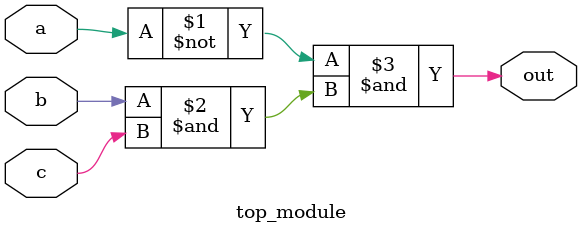
<source format=sv>
module top_module(
	input a, 
	input b,
	input c,
	output out
);
	
	assign out = ~a & (b & c);
	
endmodule

</source>
